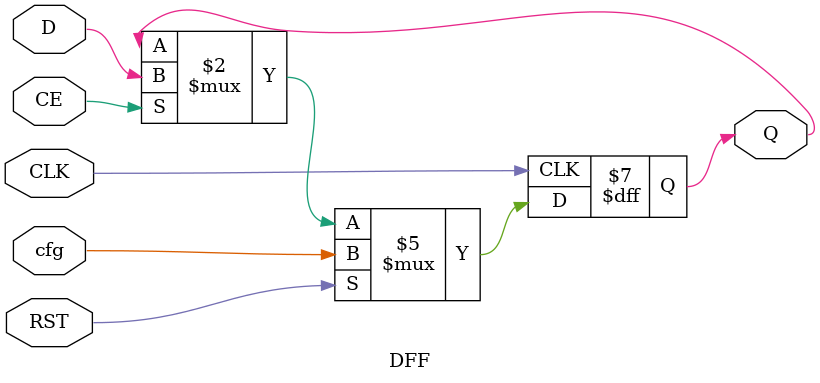
<source format=v>

module DFF (
  input  wire CLK,
  input  wire RST,
  input  wire CE,
  input  wire D,
  output reg  Q,
  input  wire cfg
);

  always @(posedge CLK) begin
    if (RST) begin
      Q <= cfg;
    end
    else begin
      if (CE)
        Q <= D;
    end
  end

endmodule

</source>
